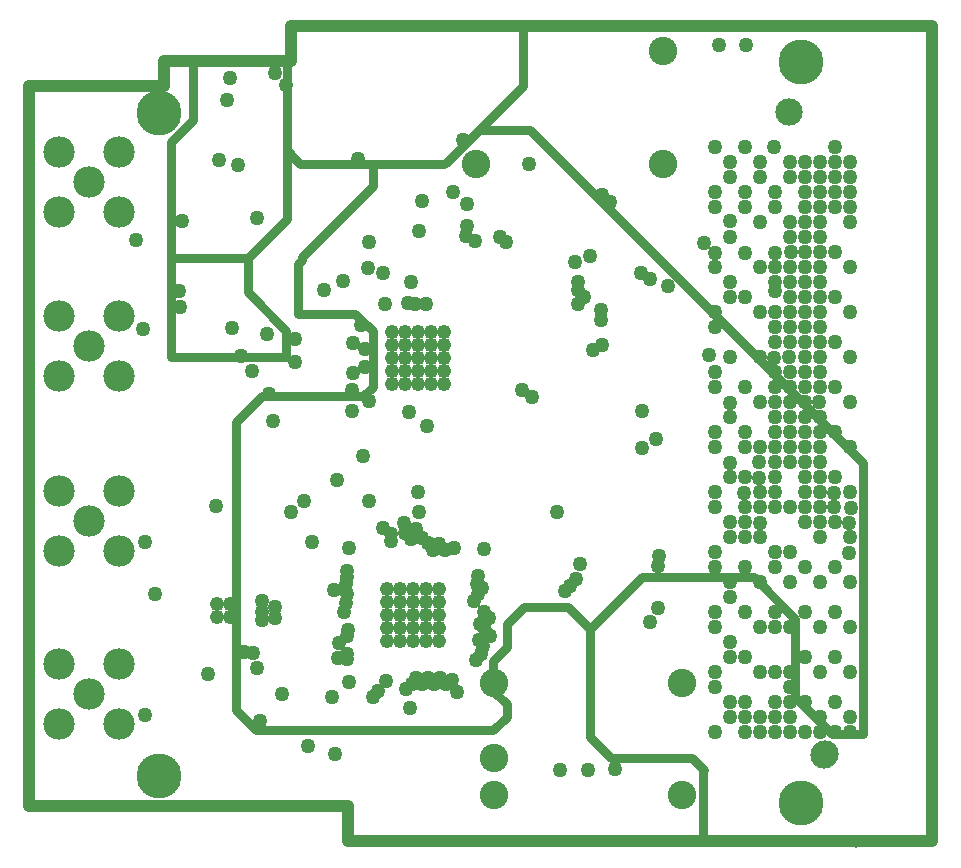
<source format=gbr>
G04 Layer_Physical_Order=6*
G04 Layer_Color=8421376*
%FSLAX26Y26*%
%MOIN*%
%TF.FileFunction,Copper,L6,Inr,Plane*%
%TF.Part,Single*%
G01*
G75*
%TA.AperFunction,ComponentPad*%
%ADD42C,0.150000*%
%TA.AperFunction,NonConductor*%
%ADD47C,0.040000*%
%TA.AperFunction,ComponentPad*%
%ADD48C,0.095000*%
%ADD49C,0.104961*%
%ADD50C,0.091000*%
%ADD51C,0.091181*%
%TA.AperFunction,ViaPad*%
%ADD52C,0.050000*%
%ADD53C,0.047874*%
%TA.AperFunction,NonConductor*%
%ADD54C,0.030000*%
%ADD55C,0.010000*%
D42*
X5175000Y7960000D02*
D03*
X7315000Y8130000D02*
D03*
Y5660000D02*
D03*
X5175000Y5750000D02*
D03*
D47*
X4740000Y5650000D02*
Y8050000D01*
X5190000D01*
Y8135000D01*
X5615000D01*
Y8250000D01*
X7750000D01*
Y5535000D02*
Y8250000D01*
X5805000Y5535000D02*
X7750000D01*
X5805000D02*
Y5650000D01*
X4740000D02*
X5805000D01*
D48*
X6855000Y8166221D02*
D03*
Y7791221D02*
D03*
X6230000D02*
D03*
X6292028Y6062190D02*
D03*
Y5812190D02*
D03*
Y5687190D02*
D03*
X6917028D02*
D03*
Y6062190D02*
D03*
D49*
X4940500Y7185000D02*
D03*
X5040500Y7085000D02*
D03*
X4840500D02*
D03*
Y7285000D02*
D03*
X5040500D02*
D03*
X4940500Y7730000D02*
D03*
X5040500Y7630000D02*
D03*
X4840500D02*
D03*
Y7830000D02*
D03*
X5040500D02*
D03*
X4940000Y6025000D02*
D03*
X5040000Y5925000D02*
D03*
X4840000D02*
D03*
Y6125000D02*
D03*
X5040000D02*
D03*
X4940500Y6600000D02*
D03*
X5040500Y6500000D02*
D03*
X4840500D02*
D03*
Y6700000D02*
D03*
X5040500D02*
D03*
D50*
X7275000Y7965000D02*
D03*
X7390000Y5820000D02*
D03*
D51*
X7395000Y5824499D02*
D03*
X7275000Y7965500D02*
D03*
D52*
X7076000Y7601000D02*
D03*
X7176000Y7746000D02*
D03*
X7126000Y7696000D02*
D03*
X7426000Y7646000D02*
D03*
Y7496000D02*
D03*
Y7346000D02*
D03*
X7226000Y7296000D02*
D03*
X7176000D02*
D03*
X7426000Y7196000D02*
D03*
Y7046000D02*
D03*
X7126000D02*
D03*
X7026000D02*
D03*
X7276000Y6946000D02*
D03*
X7076000D02*
D03*
X7026000Y6896000D02*
D03*
X7126000D02*
D03*
X7226000D02*
D03*
X7326000D02*
D03*
X7426000D02*
D03*
X7126000Y6546000D02*
D03*
X7376000Y6696000D02*
D03*
X7326000Y6746000D02*
D03*
X7276000Y6796000D02*
D03*
X7226000Y6846000D02*
D03*
X7176000D02*
D03*
X7026000D02*
D03*
X7426000Y6746000D02*
D03*
X7276000Y6646000D02*
D03*
X7226000D02*
D03*
X7026000D02*
D03*
X7126000Y6596000D02*
D03*
X7076000D02*
D03*
X7176000Y6546000D02*
D03*
X7376000D02*
D03*
X7477000Y6547000D02*
D03*
X7426000Y6446000D02*
D03*
X7326000D02*
D03*
X7276000Y6496000D02*
D03*
X7226000D02*
D03*
Y6446000D02*
D03*
X7126000D02*
D03*
X7076000Y6547000D02*
D03*
X7026000Y6497000D02*
D03*
Y6446000D02*
D03*
X7076000Y6396000D02*
D03*
Y6346000D02*
D03*
X7176000Y6396000D02*
D03*
X7276000D02*
D03*
X7376000D02*
D03*
X7476000D02*
D03*
X7477000Y6247000D02*
D03*
X7426000Y6296000D02*
D03*
X7326000D02*
D03*
X7376000Y6246000D02*
D03*
X7276000D02*
D03*
X7226000Y6296000D02*
D03*
Y6246000D02*
D03*
X7176000D02*
D03*
X7126000Y6296000D02*
D03*
X7026000D02*
D03*
Y6246000D02*
D03*
X7076000Y6196000D02*
D03*
X7426000Y6146000D02*
D03*
X7326000D02*
D03*
X7276000Y5946000D02*
D03*
X7326000Y5996000D02*
D03*
X7276000D02*
D03*
Y6046000D02*
D03*
X7126000Y6146000D02*
D03*
X7076000D02*
D03*
X7026000Y6096000D02*
D03*
X7426000Y5996000D02*
D03*
X7026000Y6046000D02*
D03*
X7176000Y6096000D02*
D03*
X7226000D02*
D03*
X7276000D02*
D03*
X7376000D02*
D03*
X7476000D02*
D03*
Y5946000D02*
D03*
X7376000D02*
D03*
X7226000Y5996000D02*
D03*
X7126000D02*
D03*
X7076000D02*
D03*
X7026000Y5896000D02*
D03*
X7076000Y5946000D02*
D03*
X7126000Y5896000D02*
D03*
X7176000Y5946000D02*
D03*
X7226000D02*
D03*
X7126000D02*
D03*
X7176000Y5896000D02*
D03*
X7226000D02*
D03*
X7276000D02*
D03*
X7326000D02*
D03*
X7376000D02*
D03*
X7426000D02*
D03*
X7476000D02*
D03*
Y7296000D02*
D03*
X7176000Y6696000D02*
D03*
X7476000D02*
D03*
X7376000Y6846000D02*
D03*
X7476000D02*
D03*
Y6996000D02*
D03*
X7374000Y6998000D02*
D03*
X7176000Y6996000D02*
D03*
X7326000Y7046000D02*
D03*
X7226000D02*
D03*
X7276000Y7246000D02*
D03*
X7326000Y7196000D02*
D03*
X7376000Y7146000D02*
D03*
X7476000D02*
D03*
X7376000Y7296000D02*
D03*
X7126000Y7346000D02*
D03*
X7076000D02*
D03*
Y7396000D02*
D03*
X7376000Y7446000D02*
D03*
X7476000D02*
D03*
X7076000Y7546000D02*
D03*
X7126000Y7646000D02*
D03*
X7176000Y7596000D02*
D03*
X7276000D02*
D03*
X7376000D02*
D03*
X7027000Y7647000D02*
D03*
X7276000Y7746000D02*
D03*
X7326000Y7696000D02*
D03*
X7426000D02*
D03*
X7376000Y7746000D02*
D03*
Y7796000D02*
D03*
X7476000Y7746000D02*
D03*
Y7796000D02*
D03*
X7276000D02*
D03*
X7176000D02*
D03*
X7076000D02*
D03*
X7426000Y7846000D02*
D03*
X7225000Y7847000D02*
D03*
X7126000Y7846000D02*
D03*
X7027000Y7847000D02*
D03*
X7473000Y6493000D02*
D03*
X7125000Y6695000D02*
D03*
X7425000Y6693000D02*
D03*
X7126000Y6647000D02*
D03*
X7479000Y6645000D02*
D03*
X7424000Y6647000D02*
D03*
X7174000Y6744000D02*
D03*
Y6797000D02*
D03*
X7128000Y6847000D02*
D03*
X7326000Y7496000D02*
D03*
X7276000Y7546000D02*
D03*
X7176000Y7446000D02*
D03*
X7026000Y7296000D02*
D03*
X5127000Y5955000D02*
D03*
X5128000Y6531000D02*
D03*
X5456000Y6164000D02*
D03*
X5500000Y6112000D02*
D03*
X5336000Y6092000D02*
D03*
X5363000Y6650000D02*
D03*
X5806000Y6511000D02*
D03*
X6007083Y6964862D02*
D03*
X6067636Y6917000D02*
D03*
X5874732Y7001732D02*
D03*
X5855000Y6817000D02*
D03*
X5766000Y6739000D02*
D03*
X5552456Y6934456D02*
D03*
X5770000Y6144000D02*
D03*
X5162000Y6358000D02*
D03*
X5518000Y6297000D02*
D03*
X5487695Y6159695D02*
D03*
X5517618Y6272000D02*
D03*
X5518000Y6333000D02*
D03*
X5613000Y6630000D02*
D03*
X5657864Y6666000D02*
D03*
X5873362Y6666636D02*
D03*
X5685000Y6530364D02*
D03*
X6256000Y6506000D02*
D03*
X5808000Y6065000D02*
D03*
X5816775Y6967000D02*
D03*
X5542000Y7025000D02*
D03*
X5627000Y7132000D02*
D03*
X5628315Y7206000D02*
D03*
X6013500Y7397000D02*
D03*
X5874500Y7530000D02*
D03*
X5535000Y7222500D02*
D03*
X7476000Y7596000D02*
D03*
X7326000Y7646000D02*
D03*
X7076000Y6995000D02*
D03*
X7226000Y6696000D02*
D03*
X7026000D02*
D03*
X5562000Y8095000D02*
D03*
X5595500Y8053500D02*
D03*
X5409000Y8078000D02*
D03*
X5401500Y8005000D02*
D03*
X5446364Y7151000D02*
D03*
X5485000Y7101658D02*
D03*
X5120886Y7240000D02*
D03*
X5416000Y7244000D02*
D03*
X5096000Y7536841D02*
D03*
X5240114Y7369000D02*
D03*
X5725000Y7371000D02*
D03*
X5786000Y7402000D02*
D03*
X6042000Y7566000D02*
D03*
X6202000Y7656000D02*
D03*
X6201000Y7583000D02*
D03*
X5919000Y7427000D02*
D03*
X6186513Y7870487D02*
D03*
X6154000Y7697000D02*
D03*
X6052000Y7666000D02*
D03*
X5837000Y7809000D02*
D03*
X5872000Y7443000D02*
D03*
X5375000Y7805000D02*
D03*
X5249000Y7602000D02*
D03*
X5243500Y7313500D02*
D03*
X5751000Y6013000D02*
D03*
X7039000Y8186000D02*
D03*
X7131000Y8187000D02*
D03*
X5928425Y7323126D02*
D03*
X6065000Y7324000D02*
D03*
X5861000Y7115472D02*
D03*
Y7174528D02*
D03*
X5848000Y7253000D02*
D03*
X5819000Y7095000D02*
D03*
Y7194000D02*
D03*
X6027000Y7324000D02*
D03*
X5500000Y7610000D02*
D03*
X7226000Y6996000D02*
D03*
X7326000Y6696000D02*
D03*
X7226000Y6796000D02*
D03*
Y6746000D02*
D03*
X7276000Y6896000D02*
D03*
Y6846000D02*
D03*
X7326000Y6946000D02*
D03*
Y6996000D02*
D03*
X7476000Y7696000D02*
D03*
X7076000Y7146000D02*
D03*
X7226000Y7646000D02*
D03*
Y7696000D02*
D03*
X7026000D02*
D03*
X7276000Y7396000D02*
D03*
X7226000Y7446000D02*
D03*
X6837000Y6310870D02*
D03*
Y6451919D02*
D03*
X6840613Y6483947D02*
D03*
X5996500Y6040500D02*
D03*
X6577000Y6456720D02*
D03*
X6810000Y6263000D02*
D03*
X7376000Y6796000D02*
D03*
Y6746000D02*
D03*
X7326000Y6646000D02*
D03*
X7376000D02*
D03*
Y6596000D02*
D03*
X7276000Y7096000D02*
D03*
X7026000D02*
D03*
X7226000Y7246000D02*
D03*
X7376000Y7696000D02*
D03*
X7273000Y7146000D02*
D03*
X7276000Y7196000D02*
D03*
X7176000Y7146000D02*
D03*
X5561000Y6312500D02*
D03*
Y6277500D02*
D03*
X7476000Y7646000D02*
D03*
X7226000Y7196000D02*
D03*
X7223000Y7145000D02*
D03*
X7326000Y7096000D02*
D03*
Y7146000D02*
D03*
X7376000Y7046000D02*
D03*
Y7096000D02*
D03*
X7276000Y7046000D02*
D03*
Y6996000D02*
D03*
X7473000Y6593000D02*
D03*
X7176000D02*
D03*
X7177000Y6647000D02*
D03*
X6528000Y6366000D02*
D03*
X6545207Y6383207D02*
D03*
X6564395Y6407667D02*
D03*
X6500000Y6630000D02*
D03*
X7226000Y6946000D02*
D03*
X7376000Y6896000D02*
D03*
Y6946000D02*
D03*
X7126000Y6746000D02*
D03*
X7076000D02*
D03*
X7077000Y6795000D02*
D03*
X6088000Y6503000D02*
D03*
X5801898Y6159047D02*
D03*
X6237000Y6356685D02*
D03*
X5992396Y6560000D02*
D03*
X6071076Y6527972D02*
D03*
X5803213Y6237787D02*
D03*
X5801898Y6434638D02*
D03*
X5773500Y6194000D02*
D03*
X6241000Y6203000D02*
D03*
X6232193Y6391740D02*
D03*
X5921622Y6576000D02*
D03*
X5791000Y6297000D02*
D03*
X6231000Y6138000D02*
D03*
X6259000Y6239000D02*
D03*
X5796000Y6326000D02*
D03*
X5929000Y6066000D02*
D03*
X6127000Y6504000D02*
D03*
X6050528Y6057268D02*
D03*
X6257787Y6296842D02*
D03*
X5990000Y6593000D02*
D03*
X6149939Y6071000D02*
D03*
X5796000Y6390000D02*
D03*
X5801898Y6355898D02*
D03*
Y6139362D02*
D03*
X6089898Y6057268D02*
D03*
X6237000Y6415740D02*
D03*
X6107000Y6524000D02*
D03*
X6155544Y6512000D02*
D03*
X6254941Y6183000D02*
D03*
X6013000Y6540000D02*
D03*
X6070213Y6076458D02*
D03*
X5801898Y6218102D02*
D03*
X6030842Y6573842D02*
D03*
Y6076458D02*
D03*
X6246000Y6159000D02*
D03*
X6052000Y6544000D02*
D03*
X5946000Y6534000D02*
D03*
X5801898Y6414953D02*
D03*
X6109583Y6076458D02*
D03*
X6276000Y6219000D02*
D03*
X6275102Y6277158D02*
D03*
X5947000Y6558334D02*
D03*
X6251394Y6377000D02*
D03*
X6244000Y6258000D02*
D03*
X7226000Y7396000D02*
D03*
X7326000Y7346000D02*
D03*
X7226000Y7096000D02*
D03*
X7026000Y7246000D02*
D03*
X7076000Y7746000D02*
D03*
X6227364Y7533364D02*
D03*
X6784000Y6844000D02*
D03*
X6829000Y6875130D02*
D03*
X7426000Y7746000D02*
D03*
Y7796000D02*
D03*
X7026000Y7446000D02*
D03*
X6779000Y7426000D02*
D03*
X6811000Y7409000D02*
D03*
X6869000Y7385000D02*
D03*
X6783000Y6968000D02*
D03*
X7006000Y7155000D02*
D03*
X7427000Y6597000D02*
D03*
X5509000Y5935000D02*
D03*
X6009953Y5978130D02*
D03*
X6605000Y5771500D02*
D03*
X6511000Y5771000D02*
D03*
X6694000Y5773000D02*
D03*
X5585000Y6023000D02*
D03*
X5904130Y6035000D02*
D03*
X5886500Y6013000D02*
D03*
X6224402Y6335342D02*
D03*
X6039000Y6630000D02*
D03*
X5437000Y7789000D02*
D03*
X5758000Y6370000D02*
D03*
X5761000Y5823000D02*
D03*
X5816846Y7038886D02*
D03*
X6003000Y7328291D02*
D03*
X7376000Y7646000D02*
D03*
X7227000Y7369000D02*
D03*
X7326000Y6597000D02*
D03*
X6015500Y6056844D02*
D03*
X6036000Y6696000D02*
D03*
X6570000Y7370000D02*
D03*
X7326000Y7446000D02*
D03*
X6568787Y7399000D02*
D03*
X7326000Y7396000D02*
D03*
X6559000Y7464000D02*
D03*
X7376000Y7496000D02*
D03*
X6610000Y7483000D02*
D03*
X7376000Y7546000D02*
D03*
X6198051Y7552000D02*
D03*
X7276000Y7446000D02*
D03*
X7326000Y7546000D02*
D03*
Y7596000D02*
D03*
Y7246000D02*
D03*
X6590000Y7346000D02*
D03*
X7326000Y7296000D02*
D03*
X6570000Y7325000D02*
D03*
X6649000Y7688000D02*
D03*
X7326000Y7746000D02*
D03*
X6678033Y7663033D02*
D03*
X7326000Y7796000D02*
D03*
X6417681Y7015000D02*
D03*
X6384000Y7036000D02*
D03*
X7376000Y7396000D02*
D03*
Y7346000D02*
D03*
X6647000Y7304000D02*
D03*
X7276000Y7296000D02*
D03*
X6648000Y7270000D02*
D03*
X7276000Y7346000D02*
D03*
X6650000Y7188000D02*
D03*
X7376000Y7246000D02*
D03*
X6622000Y7170000D02*
D03*
X7376000Y7196000D02*
D03*
X6330000Y7531000D02*
D03*
X6989000Y7528000D02*
D03*
X7026000Y7495000D02*
D03*
X7126000D02*
D03*
X7226000D02*
D03*
X7279000Y7499000D02*
D03*
X6309000Y7548000D02*
D03*
X7326000Y6796000D02*
D03*
Y6846000D02*
D03*
X6130000Y6056000D02*
D03*
X6168000Y6032000D02*
D03*
X5670000Y5852000D02*
D03*
X6406000Y7792000D02*
D03*
D53*
X6123307Y7231614D02*
D03*
Y7188307D02*
D03*
Y7145000D02*
D03*
Y7101693D02*
D03*
Y7058386D02*
D03*
X6080000Y7231614D02*
D03*
Y7188307D02*
D03*
Y7145000D02*
D03*
Y7101693D02*
D03*
Y7058386D02*
D03*
X6036693Y7231614D02*
D03*
Y7188307D02*
D03*
Y7145000D02*
D03*
Y7101693D02*
D03*
Y7058386D02*
D03*
X5993386Y7231614D02*
D03*
Y7188307D02*
D03*
Y7145000D02*
D03*
Y7101693D02*
D03*
Y7058386D02*
D03*
X5950079Y7231614D02*
D03*
Y7188307D02*
D03*
Y7145000D02*
D03*
Y7101693D02*
D03*
Y7058386D02*
D03*
X5366559Y6324362D02*
D03*
X5409866D02*
D03*
X5366559Y6281055D02*
D03*
X5409866D02*
D03*
X6107614Y6373614D02*
D03*
X6021000D02*
D03*
X6064307D02*
D03*
X5934386Y6200386D02*
D03*
Y6243693D02*
D03*
Y6287000D02*
D03*
Y6330307D02*
D03*
Y6373614D02*
D03*
X5977693Y6200386D02*
D03*
Y6243693D02*
D03*
Y6287000D02*
D03*
Y6330307D02*
D03*
Y6373614D02*
D03*
X6021000Y6200386D02*
D03*
Y6243693D02*
D03*
Y6287000D02*
D03*
Y6330307D02*
D03*
X6064307Y6200386D02*
D03*
Y6243693D02*
D03*
Y6287000D02*
D03*
Y6330307D02*
D03*
X6107614Y6200386D02*
D03*
Y6243693D02*
D03*
Y6287000D02*
D03*
Y6330307D02*
D03*
D54*
X6389000Y6313000D02*
X6538000D01*
X6610000Y6241000D01*
X6609000Y5882000D02*
Y6242000D01*
X6681000Y5810000D02*
X6951290D01*
X6333000Y6257000D02*
X6389000Y6313000D01*
X6094000Y5904000D02*
X6288000D01*
X6333000Y5949000D01*
X6288000Y6034658D02*
Y6135000D01*
X6387000Y8051000D02*
Y8251000D01*
X5599000Y7836605D02*
Y8128000D01*
X5212098Y7146000D02*
Y7863098D01*
X5286000Y7937000D01*
Y8116789D01*
X5855000Y7018000D02*
X5886000Y7049000D01*
X5517000Y7018000D02*
X5855000D01*
X5430000Y6931000D02*
X5517000Y7018000D01*
X5430000Y6258000D02*
Y6931000D01*
Y5970000D02*
Y6252902D01*
X6951290Y5810000D02*
X6989000Y5772290D01*
X7155902Y6414000D02*
X7295000Y6274902D01*
X6783000Y6414000D02*
X7155902D01*
X6610000Y6241000D02*
X6783000Y6414000D01*
X7521000Y5890000D02*
Y6793000D01*
X7418000Y5890000D02*
X7521000D01*
X7293049Y6014951D02*
X7418000Y5890000D01*
X7293049Y6014951D02*
Y6270192D01*
X6242904Y7903000D02*
X6411000D01*
X7521000Y6793000D01*
X5650000Y7469250D02*
Y7481073D01*
X5599000Y7836605D02*
X5644556Y7791049D01*
X6124290D01*
X6129000Y7793000D02*
X6387000Y8051000D01*
X6609000Y5882000D02*
X6681000Y5810000D01*
X5430000Y5970000D02*
X5496000Y5904000D01*
X6987049Y5531049D02*
Y5767580D01*
X5496000Y5904000D02*
X6094000D01*
X5212098Y7146000D02*
X5598000D01*
Y7235000D01*
X5470000Y7363000D02*
X5598000Y7235000D01*
X5470000Y7363000D02*
Y7478000D01*
X5599000Y7607000D01*
Y7844000D01*
X5212243Y7478000D02*
X5470000D01*
X6288000Y6034658D02*
X6333000Y5989658D01*
Y5949000D02*
Y5989658D01*
X6288000Y6135000D02*
X6333000Y6180000D01*
Y6257000D01*
X5886000Y7049000D02*
Y7233250D01*
X5650000Y7481073D02*
X5886000Y7717073D01*
Y7786000D01*
X5637000Y7292250D02*
Y7456250D01*
X5650000Y7469250D01*
X5637000Y7292250D02*
X5827000D01*
X5886000Y7233250D01*
D55*
X5598000Y8129000D02*
X5599000Y8128000D01*
X5282000Y8120789D02*
X5286000Y8116789D01*
X7485000Y5531000D02*
X7498000Y5518000D01*
X6987000Y5531000D02*
X6987049Y5531049D01*
%TF.MD5,34137A5B27416155481D21869131160C*%
M02*

</source>
